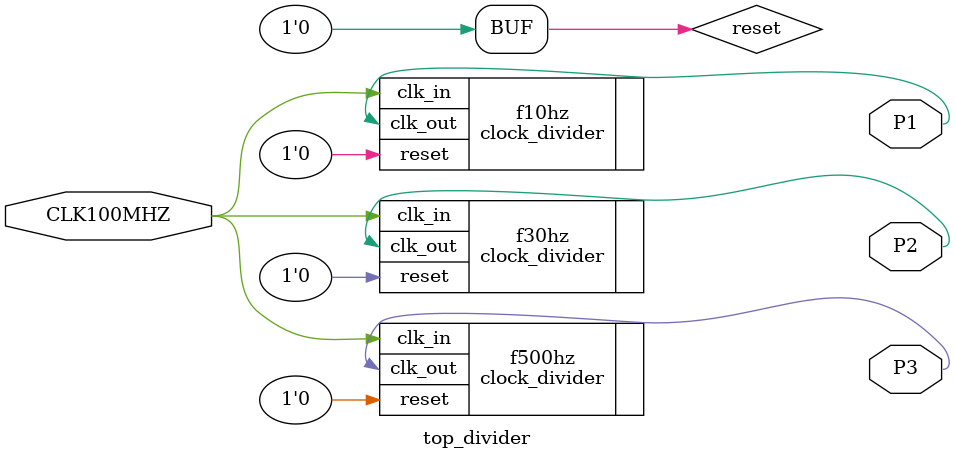
<source format=sv>
`timescale 1ns / 1ps

module top_divider(

    input CLK100MHZ,
    output P1,P2,P3

    );
    
    logic reset = 1'b0;
    
    clock_divider #(5000000) f10hz(
    .clk_in(CLK100MHZ),.reset(reset),.clk_out(P1));
    
    clock_divider #(1666667) f30hz(
    .clk_in(CLK100MHZ),.reset(reset),.clk_out(P2));
    
    clock_divider #(100000) f500hz(
    .clk_in(CLK100MHZ),.reset(reset),.clk_out(P3));
    
    
endmodule

</source>
